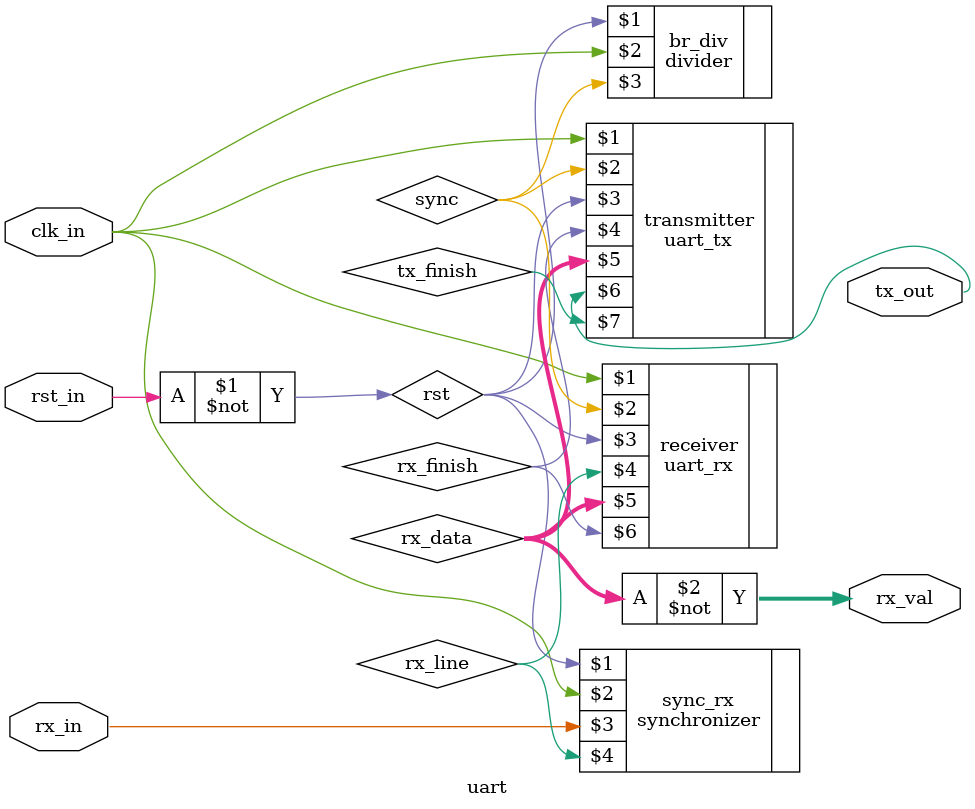
<source format=v>
module uart(input wire clk_in, input wire rst_in, input wire rx_in, output wire tx_out, output wire [7:0]rx_val);

wire sync;
wire rst;
wire rx_line;
wire rx_finish;
wire [7:0]rx_data;
wire tx_finish;

assign rst=~rst_in;

synchronizer sync_rx(rst, clk_in, rx_in, rx_line);
divider br_div(rst, clk_in, sync);
uart_rx receiver(clk_in, sync, rst, rx_line, rx_data, rx_finish);
uart_tx transmitter(clk_in, sync, rst, rx_finish, rx_data, tx_out, tx_finish);

assign rx_val = ~rx_data;
endmodule
</source>
